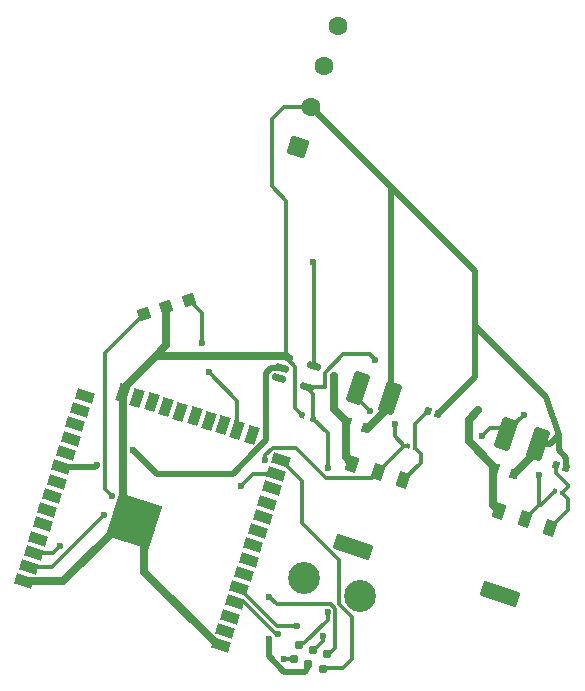
<source format=gbr>
%TF.GenerationSoftware,KiCad,Pcbnew,9.0.0*%
%TF.CreationDate,2025-08-14T13:48:36-07:00*%
%TF.ProjectId,pieceC,70696563-6543-42e6-9b69-6361645f7063,rev?*%
%TF.SameCoordinates,Original*%
%TF.FileFunction,Copper,L2,Bot*%
%TF.FilePolarity,Positive*%
%FSLAX46Y46*%
G04 Gerber Fmt 4.6, Leading zero omitted, Abs format (unit mm)*
G04 Created by KiCad (PCBNEW 9.0.0) date 2025-08-14 13:48:36*
%MOMM*%
%LPD*%
G01*
G04 APERTURE LIST*
G04 Aperture macros list*
%AMRoundRect*
0 Rectangle with rounded corners*
0 $1 Rounding radius*
0 $2 $3 $4 $5 $6 $7 $8 $9 X,Y pos of 4 corners*
0 Add a 4 corners polygon primitive as box body*
4,1,4,$2,$3,$4,$5,$6,$7,$8,$9,$2,$3,0*
0 Add four circle primitives for the rounded corners*
1,1,$1+$1,$2,$3*
1,1,$1+$1,$4,$5*
1,1,$1+$1,$6,$7*
1,1,$1+$1,$8,$9*
0 Add four rect primitives between the rounded corners*
20,1,$1+$1,$2,$3,$4,$5,0*
20,1,$1+$1,$4,$5,$6,$7,0*
20,1,$1+$1,$6,$7,$8,$9,0*
20,1,$1+$1,$8,$9,$2,$3,0*%
%AMRotRect*
0 Rectangle, with rotation*
0 The origin of the aperture is its center*
0 $1 length*
0 $2 width*
0 $3 Rotation angle, in degrees counterclockwise*
0 Add horizontal line*
21,1,$1,$2,0,0,$3*%
G04 Aperture macros list end*
%TA.AperFunction,SMDPad,CuDef*%
%ADD10RoundRect,0.171250X-0.855949X-0.971811X0.121261X-1.289326X0.855949X0.971811X-0.121261X1.289326X0*%
%TD*%
%TA.AperFunction,ComponentPad*%
%ADD11RoundRect,0.250000X0.353122X-0.693040X0.693040X0.353122X-0.353122X0.693040X-0.693040X-0.353122X0*%
%TD*%
%TA.AperFunction,ComponentPad*%
%ADD12C,1.600000*%
%TD*%
%TA.AperFunction,SMDPad,CuDef*%
%ADD13RoundRect,0.082500X-0.114772X-0.086255X0.042153X-0.137243X0.114772X0.086255X-0.042153X0.137243X0*%
%TD*%
%TA.AperFunction,SMDPad,CuDef*%
%ADD14RoundRect,0.095000X-0.122797X-0.070504X0.057904X-0.129218X0.122797X0.070504X-0.057904X0.129218X0*%
%TD*%
%TA.AperFunction,SMDPad,CuDef*%
%ADD15RoundRect,0.069750X-0.556757X-0.434467X0.195053X-0.678745X0.556757X0.434467X-0.195053X0.678745X0*%
%TD*%
%TA.AperFunction,SMDPad,CuDef*%
%ADD16RoundRect,0.098250X-1.619315X-0.059254X1.275225X-0.999747X1.619315X0.059254X-1.275225X0.999747X0*%
%TD*%
%TA.AperFunction,SMDPad,CuDef*%
%ADD17RotRect,0.475000X0.500000X342.000000*%
%TD*%
%TA.AperFunction,SMDPad,CuDef*%
%ADD18RotRect,1.500000X0.900000X342.000000*%
%TD*%
%TA.AperFunction,SMDPad,CuDef*%
%ADD19RotRect,1.500000X0.900000X252.000000*%
%TD*%
%TA.AperFunction,SMDPad,CuDef*%
%ADD20RotRect,0.900000X0.900000X342.000000*%
%TD*%
%TA.AperFunction,HeatsinkPad*%
%ADD21C,0.600000*%
%TD*%
%TA.AperFunction,HeatsinkPad*%
%ADD22RotRect,3.800000X3.800000X342.000000*%
%TD*%
%TA.AperFunction,SMDPad,CuDef*%
%ADD23RotRect,1.000000X1.000000X18.000000*%
%TD*%
%TA.AperFunction,SMDPad,CuDef*%
%ADD24C,0.787000*%
%TD*%
%TA.AperFunction,SMDPad,CuDef*%
%ADD25RotRect,0.540000X0.600000X342.000000*%
%TD*%
%TA.AperFunction,ComponentPad*%
%ADD26C,2.700000*%
%TD*%
%TA.AperFunction,SMDPad,CuDef*%
%ADD27RotRect,0.655600X0.800000X342.000000*%
%TD*%
%TA.AperFunction,SMDPad,CuDef*%
%ADD28RoundRect,0.147500X-0.480688X0.001094X0.389528X-0.281656X0.480688X-0.001094X-0.389528X0.281656X0*%
%TD*%
%TA.AperFunction,ViaPad*%
%ADD29C,0.600000*%
%TD*%
%TA.AperFunction,Conductor*%
%ADD30C,0.300000*%
%TD*%
%TA.AperFunction,Conductor*%
%ADD31C,0.500000*%
%TD*%
%TA.AperFunction,Conductor*%
%ADD32C,0.700000*%
%TD*%
G04 APERTURE END LIST*
D10*
%TO.P,C3,1*%
%TO.N,Net-(U2-VOUT)*%
X74653806Y-90397322D03*
%TO.P,C3,2*%
%TO.N,GND*%
X77356708Y-91275548D03*
%TD*%
%TO.P,C1,1*%
%TO.N,Net-(U1-VOUT)*%
X62156642Y-86521143D03*
%TO.P,C1,2*%
%TO.N,GND*%
X64859544Y-87399369D03*
%TD*%
D11*
%TO.P,J1,1,Pin_1*%
%TO.N,Net-(J1-Pin_1)*%
X57073800Y-66141600D03*
D12*
%TO.P,J1,2,Pin_2*%
%TO.N,GND*%
X58186261Y-62717797D03*
%TO.P,J1,3,Pin_3*%
X59298722Y-59293993D03*
%TO.P,J1,4,Pin_4*%
%TO.N,+12V*%
X60411184Y-55870189D03*
%TD*%
D13*
%TO.P,R1,1*%
%TO.N,Net-(U2-VOUT)*%
X78838462Y-95232556D03*
D14*
%TO.P,R1,2*%
%TO.N,Net-(U2-ADJ)*%
X79394830Y-95413331D03*
%TD*%
D15*
%TO.P,U2,1,VIN*%
%TO.N,+12V*%
X74079361Y-96933502D03*
%TO.P,U2,2,VOUT*%
%TO.N,Net-(U2-VOUT)*%
X76257281Y-97641151D03*
%TO.P,U2,3,ADJ*%
%TO.N,Net-(U2-ADJ)*%
X78435200Y-98348800D03*
D16*
%TO.P,U2,4*%
%TO.N,N/C*%
X74189957Y-104003719D03*
%TD*%
D17*
%TO.P,R5,1*%
%TO.N,GND*%
X57395318Y-88837566D03*
%TO.P,R5,2*%
%TO.N,Net-(U2-VOUT)*%
X58369200Y-89154000D03*
%TD*%
D15*
%TO.P,U1,1,VIN*%
%TO.N,+12V*%
X61636804Y-92929583D03*
%TO.P,U1,2,VOUT*%
%TO.N,Net-(U1-VOUT)*%
X63814724Y-93637232D03*
%TO.P,U1,3,ADJ*%
%TO.N,Net-(U1-ADJ)*%
X65992643Y-94344881D03*
D16*
%TO.P,U1,4*%
%TO.N,N/C*%
X61747400Y-99999800D03*
%TD*%
D18*
%TO.P,U4,1,GND*%
%TO.N,GND*%
X33885813Y-102911772D03*
%TO.P,U4,2,VDD*%
%TO.N,Net-(U1-VOUT)*%
X34278265Y-101703929D03*
%TO.P,U4,3,EN*%
%TO.N,Net-(U4-EN)*%
X34670716Y-100496087D03*
%TO.P,U4,4,SENSOR_VP*%
%TO.N,unconnected-(U4-SENSOR_VP-Pad4)*%
X35063168Y-99288245D03*
%TO.P,U4,5,SENSOR_VN*%
%TO.N,unconnected-(U4-SENSOR_VN-Pad5)*%
X35455620Y-98080403D03*
%TO.P,U4,6,IO34*%
%TO.N,unconnected-(U4-IO34-Pad6)*%
X35848071Y-96872562D03*
%TO.P,U4,7,IO35*%
%TO.N,unconnected-(U4-IO35-Pad7)*%
X36240523Y-95664720D03*
%TO.P,U4,8,IO32*%
%TO.N,unconnected-(U4-IO32-Pad8)*%
X36632974Y-94456878D03*
%TO.P,U4,9,IO33*%
%TO.N,Net-(U3-A)*%
X37025426Y-93249036D03*
%TO.P,U4,10,IO25*%
%TO.N,unconnected-(U4-IO25-Pad10)*%
X37417878Y-92041195D03*
%TO.P,U4,11,IO26*%
%TO.N,unconnected-(U4-IO26-Pad11)*%
X37810329Y-90833353D03*
%TO.P,U4,12,IO27*%
%TO.N,unconnected-(U4-IO27-Pad12)*%
X38202781Y-89625511D03*
%TO.P,U4,13,IO14*%
%TO.N,unconnected-(U4-IO14-Pad13)*%
X38595232Y-88417669D03*
%TO.P,U4,14,IO12*%
%TO.N,unconnected-(U4-IO12-Pad14)*%
X38987684Y-87209827D03*
D19*
%TO.P,U4,15,GND*%
%TO.N,GND*%
X42265167Y-86960418D03*
%TO.P,U4,16,IO13*%
%TO.N,unconnected-(U4-IO13-Pad16)*%
X43473009Y-87352870D03*
%TO.P,U4,17,NC*%
%TO.N,unconnected-(U4-NC-Pad17)*%
X44680850Y-87745322D03*
%TO.P,U4,18,NC*%
%TO.N,unconnected-(U4-NC-Pad18)*%
X45888692Y-88137773D03*
%TO.P,U4,19,NC*%
%TO.N,unconnected-(U4-NC-Pad19)*%
X47096534Y-88530225D03*
%TO.P,U4,20,NC*%
%TO.N,unconnected-(U4-NC-Pad20)*%
X48304376Y-88922676D03*
%TO.P,U4,21,NC*%
%TO.N,unconnected-(U4-NC-Pad21)*%
X49512218Y-89315128D03*
%TO.P,U4,22,NC*%
%TO.N,unconnected-(U4-NC-Pad22)*%
X50720059Y-89707581D03*
%TO.P,U4,23,IO15*%
%TO.N,Net-(U4-IO15)*%
X51927901Y-90100031D03*
%TO.P,U4,24,IO2*%
%TO.N,unconnected-(U4-IO2-Pad24)*%
X53135743Y-90492483D03*
D18*
%TO.P,U4,25,IO0*%
%TO.N,Net-(U4-IO0)*%
X55631173Y-92617625D03*
%TO.P,U4,26,IO4*%
%TO.N,Net-(U4-IO4)*%
X55238721Y-93825467D03*
%TO.P,U4,27,IO16*%
%TO.N,unconnected-(U4-IO16-Pad27)*%
X54846270Y-95033308D03*
%TO.P,U4,28,IO17*%
%TO.N,unconnected-(U4-IO17-Pad28)*%
X54453818Y-96241150D03*
%TO.P,U4,29,IO5*%
%TO.N,unconnected-(U4-IO5-Pad29)*%
X54061367Y-97448992D03*
%TO.P,U4,30,IO18*%
%TO.N,unconnected-(U4-IO18-Pad30)*%
X53668915Y-98656834D03*
%TO.P,U4,31,IO19*%
%TO.N,unconnected-(U4-IO19-Pad31)*%
X53276463Y-99864676D03*
%TO.P,U4,32,NC*%
%TO.N,unconnected-(U4-NC-Pad32)*%
X52884012Y-101072517D03*
%TO.P,U4,33,IO21*%
%TO.N,unconnected-(U4-IO21-Pad33)*%
X52491560Y-102280359D03*
%TO.P,U4,34,RXD0/IO3*%
%TO.N,Net-(U4-RXD0{slash}IO3)*%
X52099109Y-103488201D03*
%TO.P,U4,35,TXD0/IO1*%
%TO.N,Net-(U4-TXD0{slash}IO1)*%
X51706657Y-104696043D03*
%TO.P,U4,36,IO22*%
%TO.N,unconnected-(U4-IO22-Pad36)*%
X51314205Y-105903884D03*
%TO.P,U4,37,IO23*%
%TO.N,unconnected-(U4-IO23-Pad37)*%
X50921754Y-107111726D03*
%TO.P,U4,38,GND*%
%TO.N,GND*%
X50529302Y-108319568D03*
D20*
%TO.P,U4,39,GND*%
X42267729Y-96045885D03*
D21*
X42051417Y-96711624D03*
D20*
X41835105Y-97377364D03*
D21*
X41618793Y-98043103D03*
D20*
X41402481Y-98708843D03*
D21*
X42933467Y-96262196D03*
X42500845Y-97593676D03*
X42068221Y-98925155D03*
X43359120Y-97136522D03*
X42926496Y-98468002D03*
D20*
X43599208Y-96478508D03*
X43166584Y-97809987D03*
D22*
X43166584Y-97809987D03*
D20*
X42733960Y-99141468D03*
D21*
X44264948Y-96694820D03*
X43832324Y-98026299D03*
X43399700Y-99357778D03*
D20*
X44930687Y-96911132D03*
D21*
X44714375Y-97576872D03*
D20*
X44498063Y-98242611D03*
D21*
X44281751Y-98908351D03*
D20*
X44065440Y-99574090D03*
%TD*%
D23*
%TO.P,TP1,1,1*%
%TO.N,Net-(U4-IO4)*%
X44018200Y-80289400D03*
%TD*%
D24*
%TO.P,J2,1,1*%
%TO.N,Net-(U2-VOUT)*%
X57117139Y-108303398D03*
%TO.P,J2,2,2*%
%TO.N,Net-(U4-TXD0{slash}IO1)*%
X56724686Y-109511239D03*
%TO.P,J2,3,3*%
%TO.N,Net-(U4-RXD0{slash}IO3)*%
X58324981Y-108695849D03*
%TO.P,J2,4,4*%
%TO.N,GND*%
X57932529Y-109903691D03*
%TO.P,J2,5,5*%
%TO.N,Net-(U4-EN)*%
X59532824Y-109088301D03*
%TO.P,J2,6,6*%
%TO.N,Net-(U4-IO0)*%
X59140371Y-110296142D03*
%TD*%
D25*
%TO.P,R4,1*%
%TO.N,Net-(U1-ADJ)*%
X68090268Y-88446975D03*
%TO.P,R4,2*%
%TO.N,GND*%
X68911978Y-88713965D03*
%TD*%
%TO.P,R2,1*%
%TO.N,Net-(U2-ADJ)*%
X78934289Y-93027210D03*
%TO.P,R2,2*%
%TO.N,GND*%
X79755999Y-93294200D03*
%TD*%
D26*
%TO.P,U5,P$1,+*%
%TO.N,+12V*%
X62306200Y-104140000D03*
%TO.P,U5,P$2,-*%
%TO.N,GND*%
X57550918Y-102594916D03*
%TD*%
D23*
%TO.P,TP2,1,1*%
%TO.N,GND*%
X45923200Y-79679800D03*
%TD*%
%TO.P,TP3,1,1*%
%TO.N,Net-(U4-IO15)*%
X47828200Y-79044800D03*
%TD*%
D27*
%TO.P,C2,1*%
%TO.N,+12V*%
X61240785Y-89439061D03*
%TO.P,C2,2*%
%TO.N,GND*%
X62815355Y-89950669D03*
%TD*%
%TO.P,C4,1*%
%TO.N,+12V*%
X73760445Y-93284931D03*
%TO.P,C4,2*%
%TO.N,GND*%
X75335015Y-93796539D03*
%TD*%
D28*
%TO.P,U3,1,N.C.*%
%TO.N,unconnected-(U3-N.C.-Pad1)*%
X55423248Y-85711367D03*
%TO.P,U3,2,A*%
%TO.N,Net-(U3-A)*%
X55716814Y-84807864D03*
%TO.P,U3,3,GND*%
%TO.N,GND*%
X56010380Y-83904360D03*
%TO.P,U3,4,Y*%
%TO.N,Net-(J1-Pin_1)*%
X58397532Y-84679993D03*
%TO.P,U3,5,VCC*%
%TO.N,Net-(U2-VOUT)*%
X57810400Y-86487000D03*
%TD*%
D13*
%TO.P,R3,1*%
%TO.N,Net-(U1-VOUT)*%
X66392462Y-91422556D03*
D14*
%TO.P,R3,2*%
%TO.N,Net-(U1-ADJ)*%
X66948830Y-91603331D03*
%TD*%
D29*
%TO.N,GND*%
X54610000Y-107797600D03*
X58186261Y-62717797D03*
%TO.N,Net-(U1-VOUT)*%
X65278000Y-89560400D03*
X54279800Y-92659200D03*
X40614600Y-97307400D03*
X63127559Y-88502159D03*
%TO.N,+12V*%
X72313800Y-88392000D03*
X60121800Y-85521800D03*
%TO.N,Net-(U2-VOUT)*%
X59565420Y-93342580D03*
X63601600Y-84175600D03*
X72644000Y-90601800D03*
X76193800Y-88798400D03*
X77444600Y-93878400D03*
X59563000Y-105486200D03*
%TO.N,Net-(J1-Pin_1)*%
X58369200Y-75895200D03*
%TO.N,Net-(U3-A)*%
X40055800Y-93040200D03*
X43129200Y-91821000D03*
%TO.N,Net-(U4-IO4)*%
X52247800Y-94869000D03*
X41333162Y-95686115D03*
%TO.N,Net-(U4-EN)*%
X54635400Y-104216200D03*
X36906200Y-99872800D03*
%TO.N,Net-(U4-RXD0{slash}IO3)*%
X56946800Y-106705400D03*
X59146320Y-107533320D03*
%TO.N,Net-(U4-IO15)*%
X49504600Y-85191600D03*
X48971200Y-82727800D03*
%TO.N,Net-(U4-TXD0{slash}IO1)*%
X55360000Y-107360585D03*
X55889631Y-109464369D03*
%TD*%
D30*
%TO.N,Net-(U2-VOUT)*%
X77617186Y-96453832D02*
X78838462Y-95232556D01*
X77444600Y-96453832D02*
X77617186Y-96453832D01*
X77444600Y-96453832D02*
X76257281Y-97641151D01*
X77444600Y-93878400D02*
X77444600Y-96453832D01*
D31*
%TO.N,GND*%
X72061202Y-76592738D02*
X58186261Y-62717797D01*
X72061202Y-81278598D02*
X72061202Y-76592738D01*
X79145695Y-91814763D02*
X79145695Y-90546741D01*
X79756000Y-92425068D02*
X79145695Y-91814763D01*
X72061202Y-85564741D02*
X72061202Y-81278598D01*
X79756000Y-93294200D02*
X79756000Y-92425068D01*
X68911978Y-88713965D02*
X72061202Y-85564741D01*
X78094692Y-87312088D02*
X72061202Y-81278598D01*
X79145695Y-90546741D02*
X78416888Y-91275548D01*
X78416888Y-91275548D02*
X77356708Y-91275548D01*
X79145695Y-90546741D02*
X78094692Y-87312088D01*
D32*
X77393800Y-91803530D02*
X75384660Y-93812670D01*
X77393800Y-91312640D02*
X77393800Y-91803530D01*
X77356708Y-91275548D02*
X77393800Y-91312640D01*
D31*
X54610000Y-107797600D02*
X54610000Y-109245400D01*
D30*
X56828785Y-88271033D02*
X57395318Y-88837566D01*
D32*
X42262271Y-96905674D02*
X42262271Y-86960418D01*
D31*
X64896636Y-87411421D02*
X64896636Y-69428172D01*
D32*
X44065440Y-99574090D02*
X44065440Y-102083208D01*
X64896636Y-87411421D02*
X64896636Y-87935164D01*
D31*
X55911742Y-110547142D02*
X57677058Y-110547142D01*
D30*
X56010380Y-83904360D02*
X56828785Y-84722765D01*
D31*
X57677058Y-110547142D02*
X57861200Y-110363000D01*
D32*
X45028918Y-83825282D02*
X45923200Y-82931000D01*
D30*
X55900203Y-62717797D02*
X58186261Y-62717797D01*
D31*
X54610000Y-109245400D02*
X55911742Y-110547142D01*
D32*
X44065440Y-102083208D02*
X50301800Y-108319568D01*
X42265167Y-86960418D02*
X42265167Y-86589033D01*
D30*
X54864000Y-69443600D02*
X54864000Y-63754000D01*
X56010380Y-83904360D02*
X56010380Y-70735620D01*
D32*
X42265167Y-86589033D02*
X45028918Y-83825282D01*
X37196657Y-102914667D02*
X33888709Y-102914667D01*
D30*
X56083200Y-70662800D02*
X54864000Y-69443600D01*
X54864000Y-63754000D02*
X55900203Y-62717797D01*
D32*
X50301800Y-108319568D02*
X50529302Y-108319568D01*
X45923200Y-82931000D02*
X45923200Y-79679800D01*
X41402481Y-98708843D02*
X37196657Y-102914667D01*
X33888709Y-102914667D02*
X33885813Y-102911771D01*
X64896636Y-87935164D02*
X62865000Y-89966800D01*
X45028918Y-83825282D02*
X56010380Y-83825282D01*
D30*
X56010380Y-70735620D02*
X56083200Y-70662800D01*
D32*
X43166584Y-97809987D02*
X42262271Y-96905674D01*
D30*
X56828785Y-84722765D02*
X56828785Y-88271033D01*
%TO.N,Net-(U1-VOUT)*%
X56910487Y-91606887D02*
X59461400Y-94157800D01*
X62119550Y-87494150D02*
X63127559Y-88502159D01*
X65278000Y-89560400D02*
X65278000Y-90638744D01*
X54279800Y-92659200D02*
X54305200Y-92633800D01*
X65278000Y-90638744D02*
X66061812Y-91422556D01*
X54305200Y-92213234D02*
X54911547Y-91606887D01*
X54911547Y-91606887D02*
X56910487Y-91606887D01*
X66392462Y-91422556D02*
X66029400Y-91422556D01*
X62119550Y-86509091D02*
X62119550Y-87494150D01*
X66029400Y-91422556D02*
X63814724Y-93637232D01*
X54305200Y-92633800D02*
X54305200Y-92213234D01*
X63294156Y-94157800D02*
X63814724Y-93637232D01*
X59461400Y-94157800D02*
X63294156Y-94157800D01*
X36218071Y-101703929D02*
X34278265Y-101703929D01*
X36218071Y-101703929D02*
X40614600Y-97307400D01*
X66061812Y-91422556D02*
X66392462Y-91422556D01*
D32*
%TO.N,+12V*%
X73609200Y-96463341D02*
X74079361Y-96933502D01*
X71501000Y-89204800D02*
X71501000Y-91059000D01*
X60121800Y-88353590D02*
X61087000Y-89318790D01*
X73609200Y-93167200D02*
X73609200Y-96463341D01*
X72313800Y-88392000D02*
X71501000Y-89204800D01*
X60121800Y-85521800D02*
X60121800Y-88353590D01*
X61087000Y-89318790D02*
X61087000Y-92379779D01*
X71501000Y-91059000D02*
X73609200Y-93167200D01*
X61087000Y-92379779D02*
X61636804Y-92929583D01*
D30*
%TO.N,Net-(U2-VOUT)*%
X58369200Y-89154000D02*
X59565420Y-90350220D01*
X72644000Y-90601800D02*
X73304400Y-89941400D01*
X76193800Y-88798400D02*
X76193800Y-88808184D01*
X59565420Y-90350220D02*
X59565420Y-93342580D01*
X59563000Y-105486200D02*
X59563000Y-106197400D01*
X63119000Y-83693000D02*
X60909200Y-83693000D01*
X73304400Y-89941400D02*
X74172844Y-89941400D01*
X76429867Y-97641151D02*
X76257281Y-97641151D01*
X60909200Y-83693000D02*
X59359800Y-85242400D01*
X63601600Y-84175600D02*
X63119000Y-83693000D01*
X76193800Y-88808184D02*
X74616714Y-90385270D01*
X57810400Y-86487000D02*
X58369200Y-87045800D01*
X59563000Y-106197400D02*
X57609242Y-108151158D01*
X58369200Y-87045800D02*
X58369200Y-89154000D01*
X74172844Y-89941400D02*
X74616714Y-90385270D01*
X59359800Y-85242400D02*
X59359800Y-86487000D01*
X57609242Y-108151158D02*
X57117139Y-108151158D01*
X59359800Y-86487000D02*
X57810400Y-86487000D01*
%TO.N,Net-(J1-Pin_1)*%
X58397532Y-75923532D02*
X58397532Y-84679993D01*
X58369200Y-75895200D02*
X58397532Y-75923532D01*
%TO.N,Net-(U2-ADJ)*%
X79908400Y-96875600D02*
X78435200Y-98348800D01*
X79908400Y-95926901D02*
X79908400Y-96875600D01*
X78934288Y-93742488D02*
X79908400Y-94716600D01*
X79908400Y-94716600D02*
X79908400Y-94899761D01*
X79394830Y-95413331D02*
X79908400Y-95926901D01*
X79908400Y-94899761D02*
X79394830Y-95413331D01*
X78934288Y-93027210D02*
X78934288Y-93742488D01*
%TO.N,Net-(U1-ADJ)*%
X67462400Y-92116901D02*
X67462400Y-92875124D01*
X67462400Y-92875124D02*
X65992643Y-94344881D01*
X68090267Y-88446975D02*
X66979800Y-89557442D01*
X66979800Y-89557442D02*
X66979800Y-91634301D01*
X66979800Y-91634301D02*
X67462400Y-92116901D01*
D31*
%TO.N,Net-(U3-A)*%
X54341633Y-90972967D02*
X53518767Y-91795833D01*
X53518767Y-91795833D02*
X53517567Y-91795833D01*
X39846964Y-93249036D02*
X37025426Y-93249036D01*
X51521513Y-93791887D02*
X45100087Y-93791887D01*
X40055800Y-93040200D02*
X39846964Y-93249036D01*
X55716814Y-84807864D02*
X54805728Y-84807864D01*
X53517567Y-91795833D02*
X51521513Y-93791887D01*
X54341633Y-85271959D02*
X54341633Y-90972967D01*
X54805728Y-84807864D02*
X54341633Y-85271959D01*
X45100087Y-93791887D02*
X43129200Y-91821000D01*
D30*
%TO.N,Net-(U4-IO4)*%
X41333162Y-95663762D02*
X40716200Y-95046800D01*
X41333162Y-95686115D02*
X41333162Y-95663762D01*
X40716200Y-95046800D02*
X40716200Y-83591400D01*
X52247800Y-94869000D02*
X53291333Y-93825467D01*
X53291333Y-93825467D02*
X55238721Y-93825467D01*
X40716200Y-83591400D02*
X44018200Y-80289400D01*
D31*
%TO.N,unconnected-(U4-IO16-Pad27)*%
X54846270Y-95033308D02*
X54760188Y-95033308D01*
D30*
%TO.N,Net-(U4-EN)*%
X36282913Y-100496087D02*
X36906200Y-99872800D01*
X55254400Y-104835200D02*
X59832654Y-104835200D01*
X34670716Y-100496087D02*
X36282913Y-100496087D01*
X54635400Y-104216200D02*
X55254400Y-104835200D01*
X60214000Y-105216546D02*
X60214000Y-108558368D01*
X59832654Y-104835200D02*
X60214000Y-105216546D01*
X60214000Y-108558368D02*
X59684067Y-109088301D01*
%TO.N,Net-(U4-RXD0{slash}IO3)*%
X59146320Y-107533320D02*
X59146320Y-107990520D01*
X59146320Y-107990520D02*
X58655331Y-108481508D01*
X52099109Y-103488201D02*
X55316308Y-106705400D01*
X55316308Y-106705400D02*
X56946800Y-106705400D01*
%TO.N,Net-(U4-IO0)*%
X61654900Y-105948925D02*
X61654900Y-109448321D01*
X60848774Y-110254447D02*
X59395612Y-110254447D01*
X60528200Y-104822225D02*
X61654900Y-105948925D01*
X55631173Y-92617625D02*
X57427704Y-94414156D01*
X61654900Y-109448321D02*
X60848774Y-110254447D01*
X59395612Y-110254447D02*
X59247144Y-110402915D01*
X57427704Y-94414156D02*
X57427704Y-97996296D01*
X57427704Y-97996296D02*
X60528200Y-101096792D01*
X60528200Y-101096792D02*
X60528200Y-104822225D01*
%TO.N,Net-(U4-IO15)*%
X48971200Y-80187800D02*
X48971200Y-82727800D01*
X47828200Y-79044800D02*
X48971200Y-80187800D01*
X51927901Y-87614901D02*
X51927901Y-90100031D01*
X49504600Y-85191600D02*
X51927901Y-87614901D01*
%TO.N,Net-(U4-TXD0{slash}IO1)*%
X55889631Y-109464369D02*
X56463256Y-109464369D01*
X51706657Y-104696043D02*
X52495254Y-104696043D01*
X55159796Y-107360585D02*
X55360000Y-107360585D01*
X52495254Y-104696043D02*
X55159796Y-107360585D01*
X56463256Y-109464369D02*
X56617407Y-109618519D01*
%TD*%
M02*

</source>
